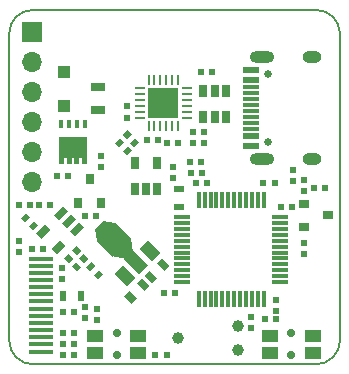
<source format=gts>
G04 #@! TF.GenerationSoftware,KiCad,Pcbnew,5.1.5-52549c5~84~ubuntu19.10.1*
G04 #@! TF.CreationDate,2020-03-01T19:43:28+01:00*
G04 #@! TF.ProjectId,C245,43323435-2e6b-4696-9361-645f70636258,rev?*
G04 #@! TF.SameCoordinates,Original*
G04 #@! TF.FileFunction,Soldermask,Top*
G04 #@! TF.FilePolarity,Negative*
%FSLAX46Y46*%
G04 Gerber Fmt 4.6, Leading zero omitted, Abs format (unit mm)*
G04 Created by KiCad (PCBNEW 5.1.5-52549c5~84~ubuntu19.10.1) date 2020-03-01 19:43:28*
%MOMM*%
%LPD*%
G04 APERTURE LIST*
%ADD10C,0.150000*%
%ADD11R,0.250000X0.825000*%
%ADD12R,0.825000X0.250000*%
%ADD13R,2.650000X2.650000*%
%ADD14O,1.700000X1.700000*%
%ADD15R,1.700000X1.700000*%
%ADD16R,0.600000X0.900000*%
%ADD17C,0.985520*%
%ADD18C,0.988060*%
%ADD19C,0.700000*%
%ADD20R,1.400000X1.050000*%
%ADD21R,1.475000X0.300000*%
%ADD22R,0.300000X1.475000*%
%ADD23R,0.500000X0.600000*%
%ADD24R,0.600000X0.500000*%
%ADD25R,1.300000X0.700000*%
%ADD26C,0.100000*%
%ADD27R,0.900000X0.600000*%
%ADD28R,0.650000X1.060000*%
%ADD29R,0.900000X0.800000*%
%ADD30R,0.420000X0.700000*%
%ADD31R,0.800000X0.900000*%
%ADD32R,2.000000X0.320000*%
%ADD33R,1.450000X0.600000*%
%ADD34O,2.100000X1.000000*%
%ADD35O,1.600000X1.000000*%
%ADD36C,0.650000*%
%ADD37R,1.450000X0.300000*%
%ADD38R,1.100000X1.100000*%
G04 APERTURE END LIST*
D10*
X88000000Y-120000001D02*
G75*
G02X85999999Y-118000000I0J2000001D01*
G01*
X114000001Y-118000000D02*
G75*
G02X112000000Y-120000001I-2000001J0D01*
G01*
X112000000Y-89999999D02*
G75*
G02X114000001Y-92000000I0J-2000001D01*
G01*
X86000000Y-92000000D02*
G75*
G02X88000000Y-90000000I2000000J0D01*
G01*
X86000000Y-92000000D02*
X85999999Y-118000000D01*
X112000000Y-90000000D02*
X88000000Y-90000000D01*
X114000000Y-118000000D02*
X114000000Y-92000000D01*
X88000000Y-120000001D02*
X112000000Y-120000001D01*
D11*
X100300000Y-99862500D03*
X99800000Y-99862500D03*
X99300000Y-99862500D03*
X98800000Y-99862500D03*
X98300000Y-99862500D03*
X97800000Y-99862500D03*
D12*
X97087500Y-99150000D03*
X97087500Y-98650000D03*
X97087500Y-98150000D03*
X97087500Y-97650000D03*
X97087500Y-97150000D03*
X97087500Y-96650000D03*
D11*
X97800000Y-95937500D03*
X98300000Y-95937500D03*
X98800000Y-95937500D03*
X99300000Y-95937500D03*
X99800000Y-95937500D03*
X100300000Y-95937500D03*
D12*
X101012500Y-96650000D03*
X101012500Y-97150000D03*
X101012500Y-97650000D03*
X101012500Y-98150000D03*
X101012500Y-98650000D03*
X101012500Y-99150000D03*
D13*
X99050000Y-97900000D03*
D14*
X87900000Y-104600000D03*
X87900000Y-102060000D03*
X87900000Y-99520000D03*
X87900000Y-96980000D03*
X87900000Y-94440000D03*
D15*
X87900000Y-91900000D03*
D16*
X90550000Y-114200000D03*
X92050000Y-114200000D03*
D17*
X105340000Y-116784000D03*
X105340000Y-118816000D03*
D18*
X100260000Y-117800000D03*
D19*
X95100000Y-119200000D03*
X95100000Y-117400000D03*
D20*
X93300000Y-119020000D03*
X96900000Y-119020000D03*
X93300000Y-117580000D03*
X96900000Y-117580000D03*
D19*
X109900000Y-119200000D03*
X109900000Y-117400000D03*
D20*
X108100000Y-119020000D03*
X111700000Y-119020000D03*
X108100000Y-117580000D03*
X111700000Y-117580000D03*
D21*
X100637500Y-113050000D03*
X100637500Y-112550000D03*
X100637500Y-112050000D03*
X100637500Y-111550000D03*
X100637500Y-111050000D03*
X100637500Y-110550000D03*
X100637500Y-110050000D03*
X100637500Y-109550000D03*
X100637500Y-109050000D03*
X100637500Y-108550000D03*
X100637500Y-108050000D03*
X100637500Y-107550000D03*
D22*
X102050000Y-106137500D03*
X102550000Y-106137500D03*
X103050000Y-106137500D03*
X103550000Y-106137500D03*
X104050000Y-106137500D03*
X104550000Y-106137500D03*
X105050000Y-106137500D03*
X105550000Y-106137500D03*
X106050000Y-106137500D03*
X106550000Y-106137500D03*
X107050000Y-106137500D03*
X107550000Y-106137500D03*
D21*
X108962500Y-107550000D03*
X108962500Y-108050000D03*
X108962500Y-108550000D03*
X108962500Y-109050000D03*
X108962500Y-109550000D03*
X108962500Y-110050000D03*
X108962500Y-110550000D03*
X108962500Y-111050000D03*
X108962500Y-111550000D03*
X108962500Y-112050000D03*
X108962500Y-112550000D03*
X108962500Y-113050000D03*
D22*
X107550000Y-114462500D03*
X107050000Y-114462500D03*
X106550000Y-114462500D03*
X106050000Y-114462500D03*
X105550000Y-114462500D03*
X105050000Y-114462500D03*
X104550000Y-114462500D03*
X104050000Y-114462500D03*
X103550000Y-114462500D03*
X103050000Y-114462500D03*
X102550000Y-114462500D03*
X102050000Y-114462500D03*
D23*
X91470000Y-115600000D03*
X90530000Y-115600000D03*
D24*
X96000000Y-98180000D03*
X96000000Y-99120000D03*
D25*
X93550000Y-98450000D03*
X93550000Y-96550000D03*
D26*
G36*
X95706569Y-101182305D02*
G01*
X95282305Y-101606569D01*
X94928751Y-101253015D01*
X95353015Y-100828751D01*
X95706569Y-101182305D01*
G37*
G36*
X96371249Y-101846985D02*
G01*
X95946985Y-102271249D01*
X95593431Y-101917695D01*
X96017695Y-101493431D01*
X96371249Y-101846985D01*
G37*
G36*
X96243431Y-101267695D02*
G01*
X96667695Y-100843431D01*
X97021249Y-101196985D01*
X96596985Y-101621249D01*
X96243431Y-101267695D01*
G37*
G36*
X95578751Y-100603015D02*
G01*
X96003015Y-100178751D01*
X96356569Y-100532305D01*
X95932305Y-100956569D01*
X95578751Y-100603015D01*
G37*
D23*
X90080000Y-104050000D03*
X91020000Y-104050000D03*
D24*
X111000000Y-109730000D03*
X111000000Y-110670000D03*
D23*
X89470000Y-106500000D03*
X88530000Y-106500000D03*
D26*
G36*
X87643431Y-108267695D02*
G01*
X88067695Y-107843431D01*
X88421249Y-108196985D01*
X87996985Y-108621249D01*
X87643431Y-108267695D01*
G37*
G36*
X86978751Y-107603015D02*
G01*
X87403015Y-107178751D01*
X87756569Y-107532305D01*
X87332305Y-107956569D01*
X86978751Y-107603015D01*
G37*
G36*
X92367695Y-111456569D02*
G01*
X91943431Y-111032305D01*
X92296985Y-110678751D01*
X92721249Y-111103015D01*
X92367695Y-111456569D01*
G37*
G36*
X91703015Y-112121249D02*
G01*
X91278751Y-111696985D01*
X91632305Y-111343431D01*
X92056569Y-111767695D01*
X91703015Y-112121249D01*
G37*
G36*
X93193431Y-112417695D02*
G01*
X93617695Y-111993431D01*
X93971249Y-112346985D01*
X93546985Y-112771249D01*
X93193431Y-112417695D01*
G37*
G36*
X92528751Y-111753015D02*
G01*
X92953015Y-111328751D01*
X93306569Y-111682305D01*
X92882305Y-112106569D01*
X92528751Y-111753015D01*
G37*
D24*
X93400000Y-115330000D03*
X93400000Y-116270000D03*
X93800000Y-103270000D03*
X93800000Y-102330000D03*
D23*
X91470000Y-117400000D03*
X90530000Y-117400000D03*
D24*
X92400000Y-115130000D03*
X92400000Y-116070000D03*
D23*
X92430000Y-107450000D03*
X93370000Y-107450000D03*
D24*
X99900000Y-104220000D03*
X99900000Y-103280000D03*
D23*
X102230000Y-95300000D03*
X103170000Y-95300000D03*
X108470000Y-104650000D03*
X107530000Y-104650000D03*
X98380000Y-119250000D03*
X99320000Y-119250000D03*
X101380000Y-103800000D03*
X102320000Y-103800000D03*
X101280000Y-102900000D03*
X102220000Y-102900000D03*
D24*
X110950000Y-104430000D03*
X110950000Y-105370000D03*
X110000000Y-104470000D03*
X110000000Y-103530000D03*
D23*
X108570000Y-116200000D03*
X107630000Y-116200000D03*
X101530000Y-100300000D03*
X102470000Y-100300000D03*
X102520000Y-101250000D03*
X101580000Y-101250000D03*
X98570000Y-101050000D03*
X97630000Y-101050000D03*
X112770000Y-105100000D03*
X111830000Y-105100000D03*
X87770000Y-106500000D03*
X86830000Y-106500000D03*
D26*
G36*
X91767695Y-110756569D02*
G01*
X91343431Y-110332305D01*
X91696985Y-109978751D01*
X92121249Y-110403015D01*
X91767695Y-110756569D01*
G37*
G36*
X91103015Y-111421249D02*
G01*
X90678751Y-110996985D01*
X91032305Y-110643431D01*
X91456569Y-111067695D01*
X91103015Y-111421249D01*
G37*
D23*
X91470000Y-119200000D03*
X90530000Y-119200000D03*
D24*
X86800000Y-109580000D03*
X86800000Y-110520000D03*
D23*
X91470000Y-118300000D03*
X90530000Y-118300000D03*
D24*
X90500000Y-112770000D03*
X90500000Y-111830000D03*
D27*
X100350000Y-106650000D03*
X100350000Y-105150000D03*
D24*
X106500000Y-116970000D03*
X106500000Y-116030000D03*
D23*
X87930000Y-110250000D03*
X88870000Y-110250000D03*
X99380000Y-101300000D03*
X100320000Y-101300000D03*
X99130000Y-114000000D03*
X100070000Y-114000000D03*
X108980000Y-106650000D03*
X109920000Y-106650000D03*
D26*
G36*
X97863604Y-112100000D02*
G01*
X98500000Y-112736396D01*
X98075736Y-113160660D01*
X97439340Y-112524264D01*
X97863604Y-112100000D01*
G37*
G36*
X98924264Y-111039340D02*
G01*
X99560660Y-111675736D01*
X99136396Y-112100000D01*
X98500000Y-111463604D01*
X98924264Y-111039340D01*
G37*
D23*
X102720000Y-104650000D03*
X101780000Y-104650000D03*
D24*
X108550000Y-115520000D03*
X108550000Y-114580000D03*
D26*
G36*
X97436396Y-113800000D02*
G01*
X96800000Y-113163604D01*
X97224264Y-112739340D01*
X97860660Y-113375736D01*
X97436396Y-113800000D01*
G37*
G36*
X96375736Y-114860660D02*
G01*
X95739340Y-114224264D01*
X96163604Y-113800000D01*
X96800000Y-114436396D01*
X96375736Y-114860660D01*
G37*
D28*
X96650000Y-103000000D03*
X98550000Y-103000000D03*
X98550000Y-105200000D03*
X97600000Y-105200000D03*
X96650000Y-105200000D03*
D29*
X113000000Y-107400000D03*
X111000000Y-108350000D03*
X111000000Y-106450000D03*
D26*
G36*
X90332825Y-109494562D02*
G01*
X90792444Y-109954181D01*
X90042911Y-110703714D01*
X89583292Y-110244095D01*
X90332825Y-109494562D01*
G37*
G36*
X88989322Y-108151059D02*
G01*
X89448941Y-108610678D01*
X88699408Y-109360211D01*
X88239789Y-108900592D01*
X88989322Y-108151059D01*
G37*
G36*
X90544957Y-106595424D02*
G01*
X91004576Y-107055043D01*
X90255043Y-107804576D01*
X89795424Y-107344957D01*
X90544957Y-106595424D01*
G37*
G36*
X91216708Y-107267176D02*
G01*
X91676327Y-107726795D01*
X90926794Y-108476328D01*
X90467175Y-108016709D01*
X91216708Y-107267176D01*
G37*
G36*
X91888460Y-107938927D02*
G01*
X92348079Y-108398546D01*
X91598546Y-109148079D01*
X91138927Y-108688460D01*
X91888460Y-107938927D01*
G37*
G36*
X96278146Y-109322511D02*
G01*
X96490278Y-110524593D01*
X95924593Y-111090278D01*
X94722511Y-110878146D01*
X96278146Y-109322511D01*
G37*
G36*
X94729794Y-110885429D02*
G01*
X93428717Y-109584352D01*
X94984352Y-108028717D01*
X96285429Y-109329794D01*
X94729794Y-110885429D01*
G37*
G36*
X98083955Y-111269741D02*
G01*
X97023295Y-110209081D01*
X97730401Y-109501975D01*
X98791061Y-110562635D01*
X98083955Y-111269741D01*
G37*
G36*
X97025770Y-112332876D02*
G01*
X95752978Y-111060084D01*
X96460084Y-110352978D01*
X97732876Y-111625770D01*
X97025770Y-112332876D01*
G37*
G36*
X95962635Y-113391061D02*
G01*
X94901975Y-112330401D01*
X95609081Y-111623295D01*
X96669741Y-112683955D01*
X95962635Y-113391061D01*
G37*
G36*
X93436849Y-109592484D02*
G01*
X93260072Y-108567179D01*
X93967179Y-107860072D01*
X94992484Y-108036849D01*
X93436849Y-109592484D01*
G37*
D28*
X103400000Y-99100000D03*
X104350000Y-99100000D03*
X102450000Y-99100000D03*
X102450000Y-96900000D03*
X103400000Y-96900000D03*
X104350000Y-96900000D03*
D30*
X92375000Y-99700000D03*
X91075000Y-99700000D03*
X91725000Y-99700000D03*
X90425000Y-99700000D03*
D26*
G36*
X92165000Y-103050000D02*
G01*
X92165000Y-102510000D01*
X91935000Y-102510000D01*
X91935000Y-103050000D01*
X91515000Y-103050000D01*
X91515000Y-102510000D01*
X91285000Y-102510000D01*
X91285000Y-103050000D01*
X90865000Y-103050000D01*
X90865000Y-102510000D01*
X90635000Y-102510000D01*
X90635000Y-103050000D01*
X90215000Y-103050000D01*
X90215000Y-100800000D01*
X92585000Y-100800000D01*
X92585000Y-103050000D01*
X92165000Y-103050000D01*
G37*
D31*
X92800000Y-104350000D03*
X93750000Y-106350000D03*
X91850000Y-106350000D03*
D32*
X88700000Y-111050776D03*
X88700000Y-111656929D03*
X88700000Y-112263082D03*
X88700000Y-112869235D03*
X88700000Y-113475388D03*
X88700000Y-114081541D03*
X88700000Y-114687694D03*
X88700000Y-115293847D03*
X88700000Y-115900000D03*
X88700000Y-116506153D03*
X88700000Y-117112306D03*
X88700000Y-117718459D03*
X88700000Y-118324612D03*
X88700000Y-118930776D03*
D33*
X106500000Y-100700000D03*
X106500000Y-95900000D03*
X106500000Y-95100000D03*
X106500000Y-101500000D03*
D34*
X107415000Y-102620000D03*
X107415000Y-93980000D03*
D35*
X111595000Y-102620000D03*
X111595000Y-93980000D03*
D36*
X107945000Y-95410000D03*
X107945000Y-101190000D03*
D33*
X106500000Y-95100000D03*
X106500000Y-95900000D03*
D37*
X106500000Y-96550000D03*
X106500000Y-97050000D03*
X106500000Y-97550000D03*
X106500000Y-98050000D03*
X106500000Y-98550000D03*
X106500000Y-99050000D03*
X106500000Y-99550000D03*
X106500000Y-100050000D03*
D33*
X106500000Y-100700000D03*
X106500000Y-101500000D03*
D38*
X90600000Y-95300000D03*
X90600000Y-98100000D03*
M02*

</source>
